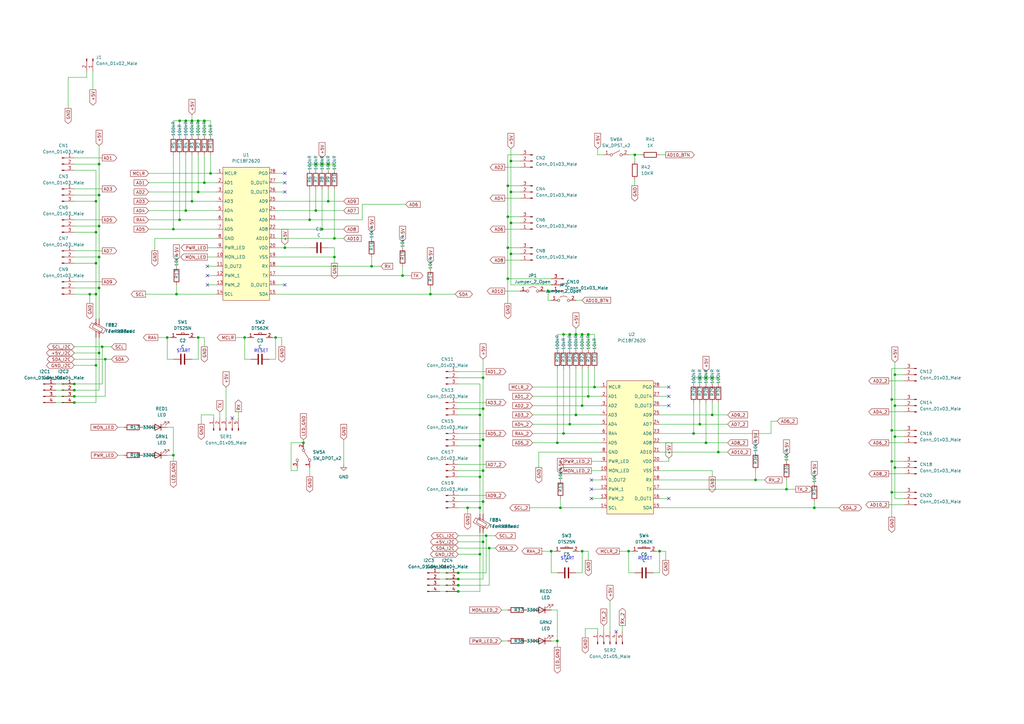
<source format=kicad_sch>
(kicad_sch (version 20230121) (generator eeschema)
  (paper "A3")
  (junction (at 187.96 242.57))
  (junction (at 43.18 147.32))
  (junction (at 30.48 157.48))
  (junction (at 137.16 105.41))
  (junction (at 40.64 118.11))
  (junction (at 127 90.17))
  (junction (at 39.37 95.25))
  (junction (at 86.36 71.12))
  (junction (at 100.33 138.43))
  (junction (at 198.12 222.25))
  (junction (at 208.28 101.6))
  (junction (at 270.51 226.06))
  (junction (at 209.55 104.14))
  (junction (at 71.12 93.98))
  (junction (at 30.48 160.02))
  (junction (at 196.85 182.88))
  (junction (at 367.03 191.77))
  (junction (at 124.46 181.61))
  (junction (at 76.2 86.36))
  (junction (at 196.85 208.28))
  (junction (at 71.12 186.69))
  (junction (at 39.37 149.86))
  (junction (at 236.22 170.18))
  (junction (at 83.82 49.53))
  (junction (at 40.64 67.31))
  (junction (at 187.96 240.03))
  (junction (at 289.56 181.61))
  (junction (at 367.03 153.67))
  (junction (at 40.64 144.78))
  (junction (at 41.91 142.24))
  (junction (at 209.55 91.44))
  (junction (at 231.14 137.16))
  (junction (at 78.74 49.53))
  (junction (at 208.28 88.9))
  (junction (at 367.03 179.07))
  (junction (at 198.12 180.34))
  (junction (at 238.76 137.16))
  (junction (at 228.6 262.89))
  (junction (at 113.03 138.43))
  (junction (at 224.79 119.38))
  (junction (at 292.1 170.18))
  (junction (at 365.76 176.53))
  (junction (at 129.54 86.36))
  (junction (at 198.12 205.74))
  (junction (at 228.6 181.61))
  (junction (at 196.85 195.58))
  (junction (at 365.76 189.23))
  (junction (at 40.64 92.71))
  (junction (at 292.1 154.94))
  (junction (at 309.88 196.85))
  (junction (at 229.87 208.28))
  (junction (at 137.16 97.79))
  (junction (at 134.62 67.31))
  (junction (at 39.37 120.65))
  (junction (at 208.28 114.3))
  (junction (at 129.54 67.31))
  (junction (at 226.06 226.06))
  (junction (at 289.56 154.94))
  (junction (at 68.58 138.43))
  (junction (at 176.53 120.65))
  (junction (at 198.12 167.64))
  (junction (at 81.28 78.74))
  (junction (at 365.76 201.93))
  (junction (at 196.85 227.33))
  (junction (at 233.68 137.16))
  (junction (at 76.2 49.53))
  (junction (at 116.84 101.6))
  (junction (at 187.96 234.95))
  (junction (at 287.02 154.94))
  (junction (at 241.3 137.16))
  (junction (at 39.37 107.95))
  (junction (at 209.55 78.74))
  (junction (at 196.85 170.18))
  (junction (at 73.66 49.53))
  (junction (at 40.64 105.41))
  (junction (at 83.82 74.93))
  (junction (at 39.37 82.55))
  (junction (at 198.12 154.94))
  (junction (at 191.77 208.28))
  (junction (at 132.08 93.98))
  (junction (at 243.84 158.75))
  (junction (at 208.28 76.2))
  (junction (at 238.76 166.37))
  (junction (at 287.02 173.99))
  (junction (at 241.3 162.56))
  (junction (at 132.08 67.31))
  (junction (at 30.48 162.56))
  (junction (at 231.14 177.8))
  (junction (at 165.1 113.03))
  (junction (at 72.39 120.65))
  (junction (at 284.48 177.8))
  (junction (at 260.35 63.5))
  (junction (at 294.64 185.42))
  (junction (at 30.48 165.1))
  (junction (at 209.55 66.04))
  (junction (at 238.76 226.06))
  (junction (at 365.76 163.83))
  (junction (at 257.81 226.06))
  (junction (at 81.28 138.43))
  (junction (at 236.22 137.16))
  (junction (at 200.66 224.79))
  (junction (at 198.12 193.04))
  (junction (at 78.74 82.55))
  (junction (at 81.28 49.53))
  (junction (at 134.62 82.55))
  (junction (at 322.58 200.66))
  (junction (at 367.03 166.37))
  (junction (at 40.64 80.01))
  (junction (at 233.68 173.99))
  (junction (at 334.01 208.28))
  (junction (at 187.96 237.49))
  (junction (at 73.66 90.17))
  (junction (at 152.4 109.22))
  (junction (at 36.83 120.65))
  (junction (at 199.39 219.71))
  (no_connect (at 116.84 71.12))
  (no_connect (at 116.84 74.93))
  (no_connect (at 116.84 78.74))
  (no_connect (at 252.73 259.08))
  (no_connect (at 95.25 171.45))
  (no_connect (at 242.57 204.47))
  (no_connect (at 242.57 196.85))
  (no_connect (at 274.32 158.75))
  (no_connect (at 85.09 116.84))
  (no_connect (at 85.09 113.03))
  (no_connect (at 85.09 109.22))
  (no_connect (at 274.32 204.47))
  (no_connect (at 274.32 162.56))
  (no_connect (at 242.57 200.66))
  (no_connect (at 116.84 116.84))
  (no_connect (at 274.32 166.37))
  (wire (pts (xy 137.16 77.47) (xy 137.16 97.79)))
  (wire (pts (xy 137.16 67.31) (xy 137.16 69.85)))
  (wire (pts (xy 237.49 226.06) (xy 238.76 226.06)))
  (wire (pts (xy 39.37 120.65) (xy 39.37 130.81)))
  (wire (pts (xy 242.57 200.66) (xy 246.38 200.66)))
  (wire (pts (xy 364.49 194.31) (xy 370.84 194.31)))
  (wire (pts (xy 30.48 120.65) (xy 36.83 120.65)))
  (wire (pts (xy 196.85 170.18) (xy 196.85 182.88)))
  (wire (pts (xy 365.76 163.83) (xy 370.84 163.83)))
  (wire (pts (xy 322.58 196.85) (xy 322.58 200.66)))
  (wire (pts (xy 367.03 204.47) (xy 370.84 204.47)))
  (wire (pts (xy 242.57 193.04) (xy 246.38 193.04)))
  (wire (pts (xy 209.55 66.04) (xy 209.55 78.74)))
  (wire (pts (xy 226.06 250.19) (xy 228.6 250.19)))
  (wire (pts (xy 68.58 186.69) (xy 71.12 186.69)))
  (wire (pts (xy 231.14 137.16) (xy 231.14 143.51)))
  (wire (pts (xy 226.06 226.06) (xy 227.33 226.06)))
  (wire (pts (xy 208.28 88.9) (xy 213.36 88.9)))
  (wire (pts (xy 208.28 63.5) (xy 208.28 76.2)))
  (wire (pts (xy 148.59 83.82) (xy 148.59 90.17)))
  (wire (pts (xy 22.86 157.48) (xy 30.48 157.48)))
  (wire (pts (xy 292.1 170.18) (xy 298.45 170.18)))
  (wire (pts (xy 76.2 49.53) (xy 76.2 55.88)))
  (wire (pts (xy 240.03 257.81) (xy 245.11 257.81)))
  (wire (pts (xy 270.51 204.47) (xy 274.32 204.47)))
  (wire (pts (xy 200.66 224.79) (xy 203.2 224.79)))
  (wire (pts (xy 30.48 95.25) (xy 39.37 95.25)))
  (wire (pts (xy 257.81 63.5) (xy 260.35 63.5)))
  (wire (pts (xy 110.49 147.32) (xy 113.03 147.32)))
  (wire (pts (xy 215.9 250.19) (xy 218.44 250.19)))
  (wire (pts (xy 236.22 134.62) (xy 236.22 137.16)))
  (wire (pts (xy 254 226.06) (xy 257.81 226.06)))
  (wire (pts (xy 113.03 93.98) (xy 132.08 93.98)))
  (wire (pts (xy 72.39 116.84) (xy 72.39 120.65)))
  (wire (pts (xy 81.28 138.43) (xy 83.82 138.43)))
  (wire (pts (xy 198.12 222.25) (xy 198.12 218.44)))
  (wire (pts (xy 284.48 154.94) (xy 287.02 154.94)))
  (wire (pts (xy 36.83 120.65) (xy 39.37 120.65)))
  (wire (pts (xy 134.62 82.55) (xy 140.97 82.55)))
  (wire (pts (xy 270.51 158.75) (xy 274.32 158.75)))
  (wire (pts (xy 238.76 226.06) (xy 241.3 226.06)))
  (wire (pts (xy 132.08 64.77) (xy 132.08 67.31)))
  (wire (pts (xy 334.01 208.28) (xy 344.17 208.28)))
  (wire (pts (xy 334.01 205.74) (xy 334.01 208.28)))
  (wire (pts (xy 22.86 165.1) (xy 30.48 165.1)))
  (wire (pts (xy 191.77 208.28) (xy 191.77 210.82)))
  (wire (pts (xy 100.33 147.32) (xy 102.87 147.32)))
  (wire (pts (xy 176.53 107.95) (xy 176.53 110.49)))
  (wire (pts (xy 365.76 151.13) (xy 370.84 151.13)))
  (wire (pts (xy 38.1 29.21) (xy 38.1 36.83)))
  (wire (pts (xy 208.28 114.3) (xy 226.06 114.3)))
  (wire (pts (xy 41.91 157.48) (xy 30.48 157.48)))
  (wire (pts (xy 71.12 63.5) (xy 71.12 93.98)))
  (wire (pts (xy 205.74 262.89) (xy 208.28 262.89)))
  (wire (pts (xy 187.96 193.04) (xy 198.12 193.04)))
  (wire (pts (xy 30.48 115.57) (xy 41.91 115.57)))
  (wire (pts (xy 39.37 95.25) (xy 39.37 107.95)))
  (wire (pts (xy 137.16 105.41) (xy 137.16 107.95)))
  (wire (pts (xy 119.38 181.61) (xy 124.46 181.61)))
  (wire (pts (xy 257.81 226.06) (xy 257.81 234.95)))
  (wire (pts (xy 222.25 226.06) (xy 226.06 226.06)))
  (wire (pts (xy 196.85 208.28) (xy 196.85 210.82)))
  (wire (pts (xy 270.51 170.18) (xy 292.1 170.18)))
  (wire (pts (xy 228.6 181.61) (xy 246.38 181.61)))
  (wire (pts (xy 30.48 160.02) (xy 40.64 160.02)))
  (wire (pts (xy 220.98 185.42) (xy 246.38 185.42)))
  (wire (pts (xy 270.51 234.95) (xy 270.51 226.06)))
  (wire (pts (xy 113.03 147.32) (xy 113.03 138.43)))
  (wire (pts (xy 208.28 114.3) (xy 208.28 124.46)))
  (wire (pts (xy 309.88 196.85) (xy 313.69 196.85)))
  (wire (pts (xy 40.64 160.02) (xy 40.64 144.78)))
  (wire (pts (xy 40.64 80.01) (xy 40.64 92.71)))
  (wire (pts (xy 187.96 180.34) (xy 198.12 180.34)))
  (wire (pts (xy 196.85 157.48) (xy 196.85 170.18)))
  (wire (pts (xy 367.03 179.07) (xy 367.03 191.77)))
  (wire (pts (xy 370.84 153.67) (xy 367.03 153.67)))
  (wire (pts (xy 270.51 226.06) (xy 273.05 226.06)))
  (wire (pts (xy 365.76 201.93) (xy 370.84 201.93)))
  (wire (pts (xy 270.51 162.56) (xy 274.32 162.56)))
  (wire (pts (xy 241.3 151.13) (xy 241.3 162.56)))
  (wire (pts (xy 187.96 152.4) (xy 199.39 152.4)))
  (wire (pts (xy 226.06 262.89) (xy 228.6 262.89)))
  (wire (pts (xy 40.64 105.41) (xy 40.64 92.71)))
  (wire (pts (xy 72.39 106.68) (xy 72.39 109.22)))
  (wire (pts (xy 294.64 185.42) (xy 298.45 185.42)))
  (wire (pts (xy 129.54 86.36) (xy 140.97 86.36)))
  (wire (pts (xy 284.48 154.94) (xy 284.48 157.48)))
  (wire (pts (xy 294.64 154.94) (xy 294.64 157.48)))
  (wire (pts (xy 78.74 46.99) (xy 78.74 49.53)))
  (wire (pts (xy 215.9 262.89) (xy 218.44 262.89)))
  (wire (pts (xy 198.12 210.82) (xy 198.12 205.74)))
  (wire (pts (xy 71.12 175.26) (xy 71.12 186.69)))
  (wire (pts (xy 85.09 105.41) (xy 88.9 105.41)))
  (wire (pts (xy 209.55 91.44) (xy 209.55 104.14)))
  (wire (pts (xy 113.03 138.43) (xy 115.57 138.43)))
  (wire (pts (xy 30.48 82.55) (xy 39.37 82.55)))
  (wire (pts (xy 35.56 31.75) (xy 27.94 31.75)))
  (wire (pts (xy 60.96 86.36) (xy 76.2 86.36)))
  (wire (pts (xy 273.05 226.06) (xy 273.05 229.87)))
  (wire (pts (xy 365.76 201.93) (xy 365.76 212.09)))
  (wire (pts (xy 241.3 226.06) (xy 241.3 229.87)))
  (wire (pts (xy 76.2 86.36) (xy 88.9 86.36)))
  (wire (pts (xy 260.35 63.5) (xy 260.35 66.04)))
  (wire (pts (xy 242.57 189.23) (xy 246.38 189.23)))
  (wire (pts (xy 229.87 204.47) (xy 229.87 208.28)))
  (wire (pts (xy 364.49 207.01) (xy 370.84 207.01)))
  (wire (pts (xy 97.79 168.91) (xy 97.79 171.45)))
  (wire (pts (xy 196.85 195.58) (xy 196.85 208.28)))
  (wire (pts (xy 243.84 137.16) (xy 243.84 143.51)))
  (wire (pts (xy 364.49 181.61) (xy 370.84 181.61)))
  (wire (pts (xy 191.77 208.28) (xy 196.85 208.28)))
  (wire (pts (xy 85.09 116.84) (xy 88.9 116.84)))
  (wire (pts (xy 127 77.47) (xy 127 90.17)))
  (wire (pts (xy 243.84 158.75) (xy 218.44 158.75)))
  (wire (pts (xy 35.56 29.21) (xy 35.56 31.75)))
  (wire (pts (xy 228.6 151.13) (xy 228.6 181.61)))
  (wire (pts (xy 270.51 166.37) (xy 274.32 166.37)))
  (wire (pts (xy 134.62 67.31) (xy 137.16 67.31)))
  (wire (pts (xy 68.58 138.43) (xy 69.85 138.43)))
  (wire (pts (xy 209.55 60.96) (xy 209.55 66.04)))
  (wire (pts (xy 367.03 153.67) (xy 367.03 166.37)))
  (wire (pts (xy 200.66 224.79) (xy 200.66 240.03)))
  (wire (pts (xy 198.12 205.74) (xy 198.12 193.04)))
  (wire (pts (xy 226.06 123.19) (xy 224.79 123.19)))
  (wire (pts (xy 284.48 177.8) (xy 316.23 177.8)))
  (wire (pts (xy 83.82 138.43) (xy 83.82 142.24)))
  (wire (pts (xy 367.03 191.77) (xy 370.84 191.77)))
  (wire (pts (xy 71.12 55.88) (xy 71.12 49.53)))
  (wire (pts (xy 134.62 77.47) (xy 134.62 82.55)))
  (wire (pts (xy 187.96 205.74) (xy 198.12 205.74)))
  (wire (pts (xy 187.96 167.64) (xy 198.12 167.64)))
  (wire (pts (xy 119.38 193.04) (xy 119.38 181.61)))
  (wire (pts (xy 113.03 113.03) (xy 165.1 113.03)))
  (wire (pts (xy 270.51 200.66) (xy 322.58 200.66)))
  (wire (pts (xy 83.82 49.53) (xy 86.36 49.53)))
  (wire (pts (xy 367.03 166.37) (xy 367.03 179.07)))
  (wire (pts (xy 180.34 234.95) (xy 187.96 234.95)))
  (wire (pts (xy 43.18 147.32) (xy 43.18 162.56)))
  (wire (pts (xy 30.48 118.11) (xy 40.64 118.11)))
  (wire (pts (xy 30.48 107.95) (xy 39.37 107.95)))
  (wire (pts (xy 241.3 162.56) (xy 246.38 162.56)))
  (wire (pts (xy 132.08 77.47) (xy 132.08 93.98)))
  (wire (pts (xy 187.96 157.48) (xy 196.85 157.48)))
  (wire (pts (xy 284.48 165.1) (xy 284.48 177.8)))
  (wire (pts (xy 30.48 142.24) (xy 41.91 142.24)))
  (wire (pts (xy 68.58 138.43) (xy 68.58 147.32)))
  (wire (pts (xy 113.03 71.12) (xy 116.84 71.12)))
  (wire (pts (xy 198.12 237.49) (xy 198.12 222.25)))
  (wire (pts (xy 224.79 123.19) (xy 224.79 119.38)))
  (wire (pts (xy 78.74 49.53) (xy 78.74 55.88)))
  (wire (pts (xy 270.51 189.23) (xy 274.32 189.23)))
  (wire (pts (xy 30.48 69.85) (xy 39.37 69.85)))
  (wire (pts (xy 39.37 82.55) (xy 39.37 95.25)))
  (wire (pts (xy 134.62 67.31) (xy 134.62 69.85)))
  (wire (pts (xy 73.66 49.53) (xy 73.66 55.88)))
  (wire (pts (xy 60.96 82.55) (xy 78.74 82.55)))
  (wire (pts (xy 129.54 77.47) (xy 129.54 86.36)))
  (wire (pts (xy 243.84 151.13) (xy 243.84 158.75)))
  (wire (pts (xy 39.37 138.43) (xy 39.37 149.86)))
  (wire (pts (xy 76.2 63.5) (xy 76.2 86.36)))
  (wire (pts (xy 83.82 63.5) (xy 83.82 74.93)))
  (wire (pts (xy 137.16 97.79) (xy 140.97 97.79)))
  (wire (pts (xy 113.03 86.36) (xy 129.54 86.36)))
  (wire (pts (xy 27.94 31.75) (xy 27.94 44.45)))
  (wire (pts (xy 199.39 219.71) (xy 203.2 219.71)))
  (wire (pts (xy 229.87 208.28) (xy 246.38 208.28)))
  (wire (pts (xy 41.91 142.24) (xy 41.91 157.48)))
  (wire (pts (xy 82.55 170.18) (xy 87.63 170.18)))
  (wire (pts (xy 187.96 208.28) (xy 191.77 208.28)))
  (wire (pts (xy 187.96 219.71) (xy 199.39 219.71)))
  (wire (pts (xy 85.09 109.22) (xy 88.9 109.22)))
  (wire (pts (xy 63.5 97.79) (xy 63.5 102.87)))
  (wire (pts (xy 30.48 165.1) (xy 39.37 165.1)))
  (wire (pts (xy 240.03 257.81) (xy 240.03 261.62)))
  (wire (pts (xy 60.96 78.74) (xy 81.28 78.74)))
  (wire (pts (xy 270.51 193.04) (xy 292.1 193.04)))
  (wire (pts (xy 72.39 120.65) (xy 88.9 120.65)))
  (wire (pts (xy 238.76 234.95) (xy 238.76 226.06)))
  (wire (pts (xy 113.03 101.6) (xy 116.84 101.6)))
  (wire (pts (xy 364.49 156.21) (xy 370.84 156.21)))
  (wire (pts (xy 40.64 67.31) (xy 30.48 67.31)))
  (wire (pts (xy 127 67.31) (xy 127 69.85)))
  (wire (pts (xy 238.76 151.13) (xy 238.76 166.37)))
  (wire (pts (xy 39.37 107.95) (xy 39.37 120.65)))
  (wire (pts (xy 30.48 77.47) (xy 41.91 77.47)))
  (wire (pts (xy 269.24 226.06) (xy 270.51 226.06)))
  (wire (pts (xy 270.51 185.42) (xy 294.64 185.42)))
  (wire (pts (xy 73.66 49.53) (xy 76.2 49.53)))
  (wire (pts (xy 113.03 120.65) (xy 176.53 120.65)))
  (wire (pts (xy 30.48 105.41) (xy 40.64 105.41)))
  (wire (pts (xy 111.76 138.43) (xy 113.03 138.43)))
  (wire (pts (xy 236.22 170.18) (xy 246.38 170.18)))
  (wire (pts (xy 238.76 166.37) (xy 246.38 166.37)))
  (wire (pts (xy 246.38 158.75) (xy 243.84 158.75)))
  (wire (pts (xy 209.55 104.14) (xy 213.36 104.14)))
  (wire (pts (xy 40.64 80.01) (xy 40.64 67.31)))
  (wire (pts (xy 245.11 60.96) (xy 245.11 63.5)))
  (wire (pts (xy 137.16 101.6) (xy 137.16 105.41)))
  (wire (pts (xy 86.36 49.53) (xy 86.36 55.88)))
  (wire (pts (xy 238.76 137.16) (xy 241.3 137.16)))
  (wire (pts (xy 367.03 148.59) (xy 367.03 153.67)))
  (wire (pts (xy 113.03 82.55) (xy 134.62 82.55)))
  (wire (pts (xy 80.01 138.43) (xy 81.28 138.43)))
  (wire (pts (xy 96.52 138.43) (xy 100.33 138.43)))
  (wire (pts (xy 292.1 154.94) (xy 292.1 157.48)))
  (wire (pts (xy 208.28 76.2) (xy 213.36 76.2)))
  (wire (pts (xy 73.66 63.5) (xy 73.66 90.17)))
  (wire (pts (xy 213.36 66.04) (xy 209.55 66.04)))
  (wire (pts (xy 86.36 71.12) (xy 60.96 71.12)))
  (wire (pts (xy 30.48 64.77) (xy 41.91 64.77)))
  (wire (pts (xy 208.28 101.6) (xy 208.28 114.3)))
  (wire (pts (xy 100.33 138.43) (xy 100.33 147.32)))
  (wire (pts (xy 40.64 118.11) (xy 40.64 130.81)))
  (wire (pts (xy 71.12 93.98) (xy 88.9 93.98)))
  (wire (pts (xy 187.96 170.18) (xy 196.85 170.18)))
  (wire (pts (xy 198.12 154.94) (xy 187.96 154.94)))
  (wire (pts (xy 78.74 82.55) (xy 88.9 82.55)))
  (wire (pts (xy 218.44 177.8) (xy 231.14 177.8)))
  (wire (pts (xy 238.76 137.16) (xy 238.76 143.51)))
  (wire (pts (xy 187.96 237.49) (xy 198.12 237.49)))
  (wire (pts (xy 365.76 189.23) (xy 365.76 201.93)))
  (wire (pts (xy 233.68 137.16) (xy 233.68 143.51)))
  (wire (pts (xy 267.97 234.95) (xy 270.51 234.95)))
  (wire (pts (xy 367.03 179.07) (xy 370.84 179.07)))
  (wire (pts (xy 87.63 170.18) (xy 87.63 171.45)))
  (wire (pts (xy 39.37 69.85) (xy 39.37 82.55)))
  (wire (pts (xy 30.48 92.71) (xy 40.64 92.71)))
  (wire (pts (xy 226.06 234.95) (xy 228.6 234.95)))
  (wire (pts (xy 187.96 203.2) (xy 199.39 203.2)))
  (wire (pts (xy 116.84 100.33) (xy 116.84 101.6)))
  (wire (pts (xy 257.81 226.06) (xy 259.08 226.06)))
  (wire (pts (xy 86.36 63.5) (xy 86.36 71.12)))
  (wire (pts (xy 322.58 200.66) (xy 326.39 200.66)))
  (wire (pts (xy 90.17 168.91) (xy 90.17 171.45)))
  (wire (pts (xy 289.56 154.94) (xy 292.1 154.94)))
  (wire (pts (xy 231.14 151.13) (xy 231.14 177.8)))
  (wire (pts (xy 88.9 71.12) (xy 86.36 71.12)))
  (wire (pts (xy 140.97 180.34) (xy 140.97 190.5)))
  (wire (pts (xy 220.98 185.42) (xy 220.98 191.77)))
  (wire (pts (xy 218.44 162.56) (xy 241.3 162.56)))
  (wire (pts (xy 92.71 158.75) (xy 92.71 171.45)))
  (wire (pts (xy 127 90.17) (xy 148.59 90.17)))
  (wire (pts (xy 236.22 123.19) (xy 238.76 123.19)))
  (wire (pts (xy 365.76 176.53) (xy 365.76 189.23)))
  (wire (pts (xy 241.3 137.16) (xy 243.84 137.16)))
  (wire (pts (xy 71.12 186.69) (xy 71.12 189.23)))
  (wire (pts (xy 287.02 173.99) (xy 298.45 173.99)))
  (wire (pts (xy 289.56 154.94) (xy 289.56 157.48)))
  (wire (pts (xy 30.48 102.87) (xy 41.91 102.87)))
  (wire (pts (xy 287.02 154.94) (xy 289.56 154.94)))
  (wire (pts (xy 22.86 162.56) (xy 30.48 162.56)))
  (wire (pts (xy 367.03 191.77) (xy 367.03 204.47)))
  (wire (pts (xy 121.92 191.77) (xy 121.92 193.04)))
  (wire (pts (xy 228.6 250.19) (xy 228.6 262.89)))
  (wire (pts (xy 247.65 256.54) (xy 247.65 259.08)))
  (wire (pts (xy 250.19 246.38) (xy 250.19 259.08)))
  (wire (pts (xy 364.49 168.91) (xy 370.84 168.91)))
  (wire (pts (xy 270.51 196.85) (xy 309.88 196.85)))
  (wire (pts (xy 270.51 173.99) (xy 287.02 173.99)))
  (wire (pts (xy 176.53 120.65) (xy 186.69 120.65)))
  (wire (pts (xy 198.12 193.04) (xy 198.12 180.34)))
  (wire (pts (xy 127 67.31) (xy 129.54 67.31)))
  (wire (pts (xy 180.34 240.03) (xy 187.96 240.03)))
  (wire (pts (xy 187.96 177.8) (xy 199.39 177.8)))
  (wire (pts (xy 207.01 93.98) (xy 213.36 93.98)))
  (wire (pts (xy 196.85 182.88) (xy 196.85 195.58)))
  (wire (pts (xy 113.03 105.41) (xy 137.16 105.41)))
  (wire (pts (xy 78.74 49.53) (xy 81.28 49.53)))
  (wire (pts (xy 208.28 88.9) (xy 208.28 101.6)))
  (wire (pts (xy 165.1 109.22) (xy 165.1 113.03)))
  (wire (pts (xy 60.96 90.17) (xy 73.66 90.17)))
  (wire (pts (xy 176.53 118.11) (xy 176.53 120.65)))
  (wire (pts (xy 152.4 95.25) (xy 152.4 97.79)))
  (wire (pts (xy 207.01 106.68) (xy 213.36 106.68)))
  (wire (pts (xy 81.28 78.74) (xy 88.9 78.74)))
  (wire (pts (xy 294.64 165.1) (xy 294.64 185.42)))
  (wire (pts (xy 209.55 78.74) (xy 209.55 91.44)))
  (wire (pts (xy 196.85 218.44) (xy 196.85 227.33)))
  (wire (pts (xy 365.76 151.13) (xy 365.76 163.83)))
  (wire (pts (xy 365.76 163.83) (xy 365.76 176.53)))
  (wire (pts (xy 30.48 147.32) (xy 43.18 147.32)))
  (wire (pts (xy 82.55 170.18) (xy 82.55 173.99)))
  (wire (pts (xy 270.51 177.8) (xy 284.48 177.8)))
  (wire (pts (xy 81.28 49.53) (xy 81.28 55.88)))
  (wire (pts (xy 121.92 193.04) (xy 119.38 193.04)))
  (wire (pts (xy 207.01 81.28) (xy 213.36 81.28)))
  (wire (pts (xy 223.52 119.38) (xy 224.79 119.38)))
  (wire (pts (xy 292.1 154.94) (xy 294.64 154.94)))
  (wire (pts (xy 187.96 227.33) (xy 196.85 227.33)))
  (wire (pts (xy 209.55 91.44) (xy 213.36 91.44)))
  (wire (pts (xy 76.2 49.53) (xy 78.74 49.53)))
  (wire (pts (xy 132.08 67.31) (xy 134.62 67.31)))
  (wire (pts (xy 228.6 137.16) (xy 231.14 137.16)))
  (wire (pts (xy 152.4 109.22) (xy 156.21 109.22)))
  (wire (pts (xy 270.51 181.61) (xy 289.56 181.61)))
  (wire (pts (xy 129.54 67.31) (xy 132.08 67.31)))
  (wire (pts (xy 22.86 160.02) (xy 30.48 160.02)))
  (wire (pts (xy 245.11 257.81) (xy 245.11 259.08)))
  (wire (pts (xy 134.62 101.6) (xy 137.16 101.6)))
  (wire (pts (xy 40.64 118.11) (xy 40.64 105.41)))
  (wire (pts (xy 365.76 176.53) (xy 370.84 176.53)))
  (wire (pts (xy 231.14 177.8) (xy 246.38 177.8)))
  (wire (pts (xy 289.56 152.4) (xy 289.56 154.94)))
  (wire (pts (xy 236.22 234.95) (xy 238.76 234.95)))
  (wire (pts (xy 81.28 63.5) (xy 81.28 78.74)))
  (wire (pts (xy 209.55 78.74) (xy 213.36 78.74)))
  (wire (pts (xy 218.44 170.18) (xy 236.22 170.18)))
  (wire (pts (xy 73.66 90.17) (xy 88.9 90.17)))
  (wire (pts (xy 81.28 49.53) (xy 83.82 49.53)))
  (wire (pts (xy 113.03 116.84) (xy 116.84 116.84)))
  (wire (pts (xy 367.03 166.37) (xy 370.84 166.37)))
  (wire (pts (xy 39.37 149.86) (xy 39.37 165.1)))
  (wire (pts (xy 187.96 234.95) (xy 199.39 234.95)))
  (wire (pts (xy 83.82 55.88) (xy 83.82 49.53)))
  (wire (pts (xy 41.91 142.24) (xy 45.72 142.24)))
  (wire (pts (xy 187.96 222.25) (xy 198.12 222.25)))
  (wire (pts (xy 218.44 166.37) (xy 238.76 166.37)))
  (wire (pts (xy 48.26 175.26) (xy 50.8 175.26)))
  (wire (pts (xy 30.48 144.78) (xy 40.64 144.78)))
  (wire (pts (xy 30.48 149.86) (xy 39.37 149.86)))
  (wire (pts (xy 187.96 240.03) (xy 200.66 240.03)))
  (wire (pts (xy 218.44 181.61) (xy 228.6 181.61)))
  (wire (pts (xy 208.28 63.5) (xy 213.36 63.5)))
  (wire (pts (xy 187.96 165.1) (xy 199.39 165.1)))
  (wire (pts (xy 199.39 219.71) (xy 199.39 234.95)))
  (wire (pts (xy 274.32 187.96) (xy 274.32 189.23)))
  (wire (pts (xy 224.79 119.38) (xy 226.06 119.38)))
  (wire (pts (xy 289.56 165.1) (xy 289.56 181.61)))
  (wire (pts (xy 208.28 76.2) (xy 208.28 88.9)))
  (wire (pts (xy 60.96 93.98) (xy 71.12 93.98)))
  (wire (pts (xy 196.85 227.33) (xy 196.85 242.57)))
  (wire (pts (xy 207.01 119.38) (xy 213.36 119.38)))
  (wire (pts (xy 129.54 67.31) (xy 129.54 69.85)))
  (wire (pts (xy 60.96 74.93) (xy 83.82 74.93)))
  (wire (pts (xy 68.58 147.32) (xy 71.12 147.32)))
  (wire (pts (xy 233.68 137.16) (xy 236.22 137.16)))
  (wire (pts (xy 116.84 101.6) (xy 127 101.6)))
  (wire (pts (xy 113.03 90.17) (xy 127 90.17)))
  (wire (pts (xy 30.48 90.17) (xy 41.91 90.17)))
  (wire (pts (xy 260.35 63.5) (xy 262.89 63.5)))
  (wire (pts (xy 226.06 226.06) (xy 226.06 234.95)))
  (wire (pts (xy 236.22 137.16) (xy 236.22 143.51)))
  (wire (pts (xy 43.18 147.32) (xy 45.72 147.32)))
  (wire (pts (xy 228.6 143.51) (xy 228.6 137.16)))
  (wire (pts (xy 255.27 256.54) (xy 255.27 259.08)))
  (wire (pts (xy 187.96 224.79) (xy 200.66 224.79)))
  (wire (pts (xy 205.74 250.19) (xy 208.28 250.19)))
  (wire (pts (xy 152.4 105.41) (xy 152.4 109.22)))
  (wire (pts (xy 209.55 116.84) (xy 226.06 116.84)))
  (wire (pts (xy 270.51 63.5) (xy 273.05 63.5)))
  (wire (pts (xy 187.96 242.57) (xy 196.85 242.57)))
  (wire (pts (xy 309.88 182.88) (xy 309.88 185.42)))
  (wire (pts (xy 132.08 93.98) (xy 140.97 93.98)))
  (wire (pts (xy 63.5 97.79) (xy 88.9 97.79)))
  (wire (pts (xy 257.81 234.95) (xy 260.35 234.95)))
  (wire (pts (xy 242.57 196.85) (xy 246.38 196.85)))
  (wire (pts (xy 187.96 195.58) (xy 196.85 195.58)))
  (wire (pts (xy 365.76 189.23) (xy 370.84 189.23)))
  (wire (pts (xy 198.12 167.64) (xy 198.12 180.34)))
  (wire (pts (xy 209.55 104.14) (xy 209.55 116.84)))
  (wire (pts (xy 309.88 193.04) (xy 309.88 196.85)))
  (wire (pts (xy 115.57 138.43) (xy 115.57 142.24)))
  (wire (pts (xy 78.74 82.55) (xy 78.74 63.5)))
  (wire (pts (xy 322.58 186.69) (xy 322.58 189.23)))
  (wire (pts (xy 229.87 194.31) (xy 229.87 196.85)))
  (wire (pts (xy 40.64 138.43) (xy 40.64 144.78)))
  (wire (pts (xy 218.44 173.99) (xy 233.68 173.99)))
  (wire (pts (xy 113.03 78.74) (xy 116.84 78.74)))
  (wire (pts (xy 198.12 167.64) (xy 198.12 154.94)))
  (wire (pts (xy 71.12 49.53) (xy 73.66 49.53)))
  (wire (pts (xy 58.42 186.69) (xy 60.96 186.69)))
  (wire (pts (xy 228.6 262.89) (xy 228.6 265.43)))
  (wire (pts (xy 30.48 162.56) (xy 43.18 162.56)))
  (wire (pts (xy 30.48 80.01) (xy 40.64 80.01)))
  (wire (pts (xy 316.23 172.72) (xy 316.23 177.8)))
  (wire (pts (xy 36.83 120.65) (xy 36.83 124.46)))
  (wire (pts (xy 81.28 147.32) (xy 81.28 138.43)))
  (wire (pts (xy 233.68 151.13) (xy 233.68 173.99)))
  (wire (pts (xy 58.42 175.26) (xy 60.96 175.26)))
  (wire (pts (xy 207.01 68.58) (xy 213.36 68.58)))
  (wire (pts (xy 85.09 113.03) (xy 88.9 113.03)))
  (wire (pts (xy 78.74 147.32) (xy 81.28 147.32)))
  (wire (pts (xy 247.65 63.5) (xy 245.11 63.5)))
  (wire (pts (xy 83.82 74.93) (xy 88.9 74.93)))
  (wire (pts (xy 287.02 165.1) (xy 287.02 173.99)))
  (wire (pts (xy 85.09 101.6) (xy 88.9 101.6)))
  (wire (pts (xy 113.03 97.79) (xy 137.16 97.79)))
  (wire (pts (xy 64.77 138.43) (xy 68.58 138.43)))
  (wire (pts (xy 318.77 172.72) (xy 316.23 172.72)))
  (wire (pts (xy 292.1 165.1) (xy 292.1 170.18)))
  (wire (pts (xy 124.46 180.34) (xy 124.46 181.61)))
  (wire (pts (xy 334.01 195.58) (xy 334.01 198.12)))
  (wire (pts (xy 236.22 137.16) (xy 238.76 137.16)))
  (wire (pts (xy 127 191.77) (xy 127 195.58)))
  (wire (pts (xy 132.08 67.31) (xy 132.08 69.85)))
  (wire (pts (xy 187.96 182.88) (xy 196.85 182.88)))
  (wire (pts (xy 100.33 138.43) (xy 101.6 138.43)))
  (wire (pts (xy 166.37 83.82) (xy 148.59 83.82)))
  (wire (pts (xy 208.28 101.6) (xy 213.36 101.6)))
  (wire (pts (xy 198.12 147.32) (xy 198.12 154.94)))
  (wire (pts (xy 59.69 120.65) (xy 72.39 120.65)))
  (wire (pts (xy 180.34 242.57) (xy 187.96 242.57)))
  (wire (pts (xy 187.96 190.5) (xy 199.39 190.5)))
  (wire (pts (xy 231.14 137.16) (xy 233.68 137.16)))
  (wire (pts (xy 180.34 237.49) (xy 187.96 237.49)))
  (wire (pts (xy 292.1 193.04) (xy 292.1 195.58)))
  (wire (pts (xy 165.1 99.06) (xy 165.1 101.6)))
  (wire (pts (xy 217.17 208.28) (xy 229.87 208.28)))
  (wire (pts (xy 165.1 113.03) (xy 168.91 113.03)))
  (wire (pts (xy 241.3 143.51) (xy 241.3 137.16)))
  (wire (pts (xy 113.03 109.22) (xy 152.4 109.22)))
  (wire (pts (xy 236.22 170.18) (xy 236.22 151.13)))
  (wire (pts (xy 287.02 154.94) (xy 287.02 157.48)))
  (wire (pts (xy 68.58 175.26) (xy 71.12 175.26)))
  (wire (pts (xy 40.64 59.69) (xy 40.64 67.31)))
  (wire (pts (xy 233.68 173.99) (xy 246.38 173.99)))
  (wire (pts (xy 113.03 74.93) (xy 116.84 74.93)))
  (wire (pts (xy 289.56 181.61) (xy 298.45 181.61)))
  (wire (pts (xy 242.57 204.47) (xy 246.38 204.47)))
  (wire (pts (xy 48.26 186.69) (xy 50.8 186.69)))
  (wire (pts (xy 260.35 73.66) (xy 260.35 76.2)))
  (wire (pts (xy 270.51 208.28) (xy 334.01 208.28)))
  (text "START" (at 72.39 144.78 0) (effects (font (size 1.27 1.27)) (justify left bottom)))
  (text "RESET" (at 104.14 144.78 0) (effects (font (size 1.27 1.27)) (justify left bottom)))
  (text "RESET" (at 261.62 229.87 0) (effects (font (size 1.27 1.27)) (justify left bottom)))
  (text "START" (at 229.87 229.87 0) (effects (font (size 1.27 1.27)) (justify left bottom)))
  (global_label "RA4" (shape input) (at 60.96 90.17 180) (property "Intersheetrefs" "${INTERSHEET_REFS}" (effects hide)))
  (global_label "RA4_2" (shape input) (at 218.44 177.8 180) (property "Intersheetrefs" "${INTERSHEET_REFS}" (effects hide)))
  (global_label "+5V" (shape input) (at 165.1 99.06 90) (property "Intersheetrefs" "${INTERSHEET_REFS}" (effects hide)))
  (global_label "+5V_I2C" (shape bidirectional) (at 30.48 144.78 180) (property "Intersheetrefs" "${INTERSHEET_REFS}" (effects hide)))
  (global_label "MCLR" (shape output) (at 96.52 138.43 180) (property "Intersheetrefs" "${INTERSHEET_REFS}" (effects hide)))
  (global_label "MON_LED_2" (shape input) (at 205.74 250.19 180) (property "Intersheetrefs" "${INTERSHEET_REFS}" (effects hide)) (property "シート間のリファレンス" "${INTERSHEET_REFS}" (effects hide)))
  (global_label "AD10" (shape input) (at 140.97 97.79 0) (property "Intersheetrefs" "${INTERSHEET_REFS}" (effects hide)))
  (global_label "AD10_BTN" (shape input) (at 238.76 123.19 0) (property "Intersheetrefs" "${INTERSHEET_REFS}" (effects hide)))
  (global_label "GND" (shape output) (at 127 195.58 270) (property "Intersheetrefs" "${INTERSHEET_REFS}" (effects hide)) (property "シート間のリファレンス" "${INTERSHEET_REFS}" (effects hide)))
  (global_label "GND" (shape output) (at 115.57 142.24 270) (property "Intersheetrefs" "${INTERSHEET_REFS}" (effects hide)) (property "シート間のリファレンス" "${INTERSHEET_REFS}" (effects hide)))
  (global_label "GND" (shape output) (at 208.28 124.46 270) (property "Intersheetrefs" "${INTERSHEET_REFS}" (effects hide)) (property "シート間のリファレンス" "${INTERSHEET_REFS}" (effects hide)))
  (global_label "AD2_2" (shape output) (at 364.49 156.21 180) (property "Intersheetrefs" "${INTERSHEET_REFS}" (effects hide)))
  (global_label "AD8" (shape output) (at 207.01 106.68 180) (property "Intersheetrefs" "${INTERSHEET_REFS}" (effects hide)))
  (global_label "AD6" (shape output) (at 207.01 93.98 180) (property "Intersheetrefs" "${INTERSHEET_REFS}" (effects hide)))
  (global_label "SCL" (shape output) (at 59.69 120.65 180) (property "Intersheetrefs" "${INTERSHEET_REFS}" (effects hide)))
  (global_label "MCLR_2" (shape input) (at 218.44 158.75 180) (property "Intersheetrefs" "${INTERSHEET_REFS}" (effects hide)))
  (global_label "AD2_2" (shape input) (at 218.44 166.37 180) (property "Intersheetrefs" "${INTERSHEET_REFS}" (effects hide)))
  (global_label "AD4_2" (shape input) (at 218.44 173.99 180) (property "Intersheetrefs" "${INTERSHEET_REFS}" (effects hide)))
  (global_label "RA4" (shape output) (at 64.77 138.43 180) (property "Intersheetrefs" "${INTERSHEET_REFS}" (effects hide)))
  (global_label "GND" (shape output) (at 260.35 76.2 270) (property "Intersheetrefs" "${INTERSHEET_REFS}" (effects hide)) (property "シート間のリファレンス" "${INTERSHEET_REFS}" (effects hide)))
  (global_label "GND_I2C" (shape bidirectional) (at 30.48 149.86 180) (property "Intersheetrefs" "${INTERSHEET_REFS}" (effects hide)))
  (global_label "PWR_LED" (shape input) (at 48.26 186.69 180) (property "Intersheetrefs" "${INTERSHEET_REFS}" (effects hide)) (property "シート間のリファレンス" "${INTERSHEET_REFS}" (effects hide)))
  (global_label "AD10_BTN" (shape output) (at 273.05 63.5 0) (property "Intersheetrefs" "${INTERSHEET_REFS}" (effects hide)))
  (global_label "SCL_I2C" (shape bidirectional) (at 187.96 219.71 180) (property "Intersheetrefs" "${INTERSHEET_REFS}" (effects hide)))
  (global_label "+5V" (shape input) (at 152.4 95.25 90) (property "Intersheetrefs" "${INTERSHEET_REFS}" (effects hide)))
  (global_label "RX" (shape output) (at 97.79 168.91 90) (property "Intersheetrefs" "${INTERSHEET_REFS}" (effects hide)))
  (global_label "GND" (shape output) (at 292.1 195.58 270) (property "Intersheetrefs" "${INTERSHEET_REFS}" (effects hide)) (property "シート間のリファレンス" "${INTERSHEET_REFS}" (effects hide)))
  (global_label "SCL" (shape input) (at 45.72 142.24 0) (property "Intersheetrefs" "${INTERSHEET_REFS}" (effects hide)))
  (global_label "MON_LED_2" (shape output) (at 242.57 193.04 180) (property "Intersheetrefs" "${INTERSHEET_REFS}" (effects hide)) (property "シート間のリファレンス" "${INTERSHEET_REFS}" (effects hide)))
  (global_label "RX_2" (shape input) (at 313.69 196.85 0) (property "Intersheetrefs" "${INTERSHEET_REFS}" (effects hide)))
  (global_label "TX_2" (shape output) (at 326.39 200.66 0) (property "Intersheetrefs" "${INTERSHEET_REFS}" (effects hide)))
  (global_label "+5V" (shape input) (at 236.22 134.62 90) (property "Intersheetrefs" "${INTERSHEET_REFS}" (effects hide)))
  (global_label "GND" (shape output) (at 240.03 261.62 270) (property "Intersheetrefs" "${INTERSHEET_REFS}" (effects hide)) (property "シート間のリファレンス" "${INTERSHEET_REFS}" (effects hide)))
  (global_label "LED_GND" (shape input) (at 124.46 180.34 90) (property "Intersheetrefs" "${INTERSHEET_REFS}" (effects hide)) (property "シート間のリファレンス" "${INTERSHEET_REFS}" (effects hide)))
  (global_label "AD1_2" (shape input) (at 218.44 162.56 180) (property "Intersheetrefs" "${INTERSHEET_REFS}" (effects hide)))
  (global_label "+5V" (shape input) (at 209.55 60.96 90) (property "Intersheetrefs" "${INTERSHEET_REFS}" (effects hide)))
  (global_label "+5V" (shape input) (at 72.39 106.68 90) (property "Intersheetrefs" "${INTERSHEET_REFS}" (effects hide)))
  (global_label "AD3" (shape input) (at 60.96 82.55 180) (property "Intersheetrefs" "${INTERSHEET_REFS}" (effects hide)))
  (global_label "AD7_2" (shape output) (at 199.39 190.5 0) (property "Intersheetrefs" "${INTERSHEET_REFS}" (effects hide)))
  (global_label "+5V" (shape input) (at 367.03 148.59 90) (property "Intersheetrefs" "${INTERSHEET_REFS}" (effects hide)))
  (global_label "GND" (shape output) (at 83.82 142.24 270) (property "Intersheetrefs" "${INTERSHEET_REFS}" (effects hide)) (property "シート間のリファレンス" "${INTERSHEET_REFS}" (effects hide)))
  (global_label "AD9_2" (shape input) (at 298.45 170.18 0) (property "Intersheetrefs" "${INTERSHEET_REFS}" (effects hide)))
  (global_label "+5V" (shape input) (at 78.74 46.99 90) (property "Intersheetrefs" "${INTERSHEET_REFS}" (effects hide)))
  (global_label "TX" (shape output) (at 168.91 113.03 0) (property "Intersheetrefs" "${INTERSHEET_REFS}" (effects hide)))
  (global_label "+5V" (shape input) (at 309.88 182.88 90) (property "Intersheetrefs" "${INTERSHEET_REFS}" (effects hide)))
  (global_label "RX" (shape input) (at 156.21 109.22 0) (property "Intersheetrefs" "${INTERSHEET_REFS}" (effects hide)))
  (global_label "MCLR_2" (shape output) (at 254 226.06 180) (property "Intersheetrefs" "${INTERSHEET_REFS}" (effects hide)))
  (global_label "AD9" (shape input) (at 140.97 82.55 0) (property "Intersheetrefs" "${INTERSHEET_REFS}" (effects hide)))
  (global_label "GND" (shape output) (at 220.98 191.77 270) (property "Intersheetrefs" "${INTERSHEET_REFS}" (effects hide)) (property "シート間のリファレンス" "${INTERSHEET_REFS}" (effects hide)))
  (global_label "LED_GND" (shape output) (at 71.12 189.23 270) (property "Intersheetrefs" "${INTERSHEET_REFS}" (effects hide)) (property "シート間のリファレンス" "${INTERSHEET_REFS}" (effects hide)))
  (global_label "AD9" (shape output) (at 41.91 115.57 0) (property "Intersheetrefs" "${INTERSHEET_REFS}" (effects hide)))
  (global_label "AD5" (shape input) (at 60.96 93.98 180) (property "Intersheetrefs" "${INTERSHEET_REFS}" (effects hide)))
  (global_label "AD8_2" (shape input) (at 298.45 181.61 0) (property "Intersheetrefs" "${INTERSHEET_REFS}" (effects hide)))
  (global_label "SDA_2" (shape bidirectional) (at 344.17 208.28 0) (property "Intersheetrefs" "${INTERSHEET_REFS}" (effects hide)))
  (global_label "GND" (shape output) (at 63.5 102.87 270) (property "Intersheetrefs" "${INTERSHEET_REFS}" (effects hide)) (property "シート間のリファレンス" "${INTERSHEET_REFS}" (effects hide)))
  (global_label "GND" (shape output) (at 365.76 212.09 270) (property "Intersheetrefs" "${INTERSHEET_REFS}" (effects hide)) (property "シート間のリファレンス" "${INTERSHEET_REFS}" (effects hide)))
  (global_label "GND" (shape output) (at 36.83 124.46 270) (property "Intersheetrefs" "${INTERSHEET_REFS}" (effects hide)) (property "シート間のリファレンス" "${INTERSHEET_REFS}" (effects hide)))
  (global_label "AD3" (shape output) (at 41.91 77.47 0) (property "Intersheetrefs" "${INTERSHEET_REFS}" (effects hide)))
  (global_label "TX" (shape input) (at 90.17 168.91 90) (property "Intersheetrefs" "${INTERSHEET_REFS}" (effects hide)))
  (global_label "GND" (shape output) (at 137.16 107.95 270) (property "Intersheetrefs" "${INTERSHEET_REFS}" (effects hide)) (property "シート間のリファレンス" "${INTERSHEET_REFS}" (effects hide)))
  (global_label "SDA_2" (shape bidirectional) (at 203.2 224.79 0) (property "Intersheetrefs" "${INTERSHEET_REFS}" (effects hide)))
  (global_label "AD8_2" (shape output) (at 364.49 194.31 180) (property "Intersheetrefs" "${INTERSHEET_REFS}" (effects hide)))
  (global_label "AD7_2" (shape input) (at 298.45 173.99 0) (property "Intersheetrefs" "${INTERSHEET_REFS}" (effects hide)))
  (global_label "AD4" (shape output) (at 207.01 81.28 180) (property "Intersheetrefs" "${INTERSHEET_REFS}" (effects hide)))
  (global_label "+5V" (shape input) (at 176.53 107.95 90) (property "Intersheetrefs" "${INTERSHEET_REFS}" (effects hide)))
  (global_label "AD1_2" (shape output) (at 199.39 152.4 0) (property "Intersheetrefs" "${INTERSHEET_REFS}" (effects hide)))
  (global_label "GND" (shape output) (at 27.94 44.45 270) (property "Intersheetrefs" "${INTERSHEET_REFS}" (effects hide)) (property "シート間のリファレンス" "${INTERSHEET_REFS}" (effects hide)))
  (global_label "+5V" (shape input) (at 250.19 246.38 90) (property "Intersheetrefs" "${INTERSHEET_REFS}" (effects hide)))
  (global_label "MON_LED" (shape output) (at 85.09 105.41 180) (property "Intersheetrefs" "${INTERSHEET_REFS}" (effects hide)) (property "シート間のリファレンス" "${INTERSHEET_REFS}" (effects hide)))
  (global_label "MCLR" (shape input) (at 60.96 71.12 180) (property "Intersheetrefs" "${INTERSHEET_REFS}" (effects hide)))
  (global_label "TX_2" (shape input) (at 247.65 256.54 90) (property "Intersheetrefs" "${INTERSHEET_REFS}" (effects hide)))
  (global_label "AD6_2" (shape output) (at 364.49 181.61 180) (property "Intersheetrefs" "${INTERSHEET_REFS}" (effects hide)))
  (global_label "AD1" (shape output) (at 41.91 64.77 0) (property "Intersheetrefs" "${INTERSHEET_REFS}" (effects hide)))
  (global_label "RA4_2" (shape output) (at 222.25 226.06 180) (property "Intersheetrefs" "${INTERSHEET_REFS}" (effects hide)))
  (global_label "+5V" (shape input) (at 116.84 100.33 90) (property "Intersheetrefs" "${INTERSHEET_REFS}" (effects hide)))
  (global_label "AD6_2" (shape input) (at 318.77 172.72 0) (property "Intersheetrefs" "${INTERSHEET_REFS}" (effects hide)))
  (global_label "+5V" (shape input) (at 322.58 186.69 90) (property "Intersheetrefs" "${INTERSHEET_REFS}" (effects hide)))
  (global_label "AD6" (shape input) (at 166.37 83.82 0) (property "Intersheetrefs" "${INTERSHEET_REFS}" (effects hide)))
  (global_label "+5V" (shape input) (at 198.12 147.32 90) (property "Intersheetrefs" "${INTERSHEET_REFS}" (effects hide)))
  (global_label "AD10_2" (shape output) (at 364.49 207.01 180) (property "Intersheetrefs" "${INTERSHEET_REFS}" (effects hide)))
  (global_label "SDA" (shape bidirectional) (at 186.69 120.65 0) (property "Intersheetrefs" "${INTERSHEET_REFS}" (effects hide)))
  (global_label "GND_I2C" (shape bidirectional) (at 187.96 227.33 180) (property "Intersheetrefs" "${INTERSHEET_REFS}" (effects hide)))
  (global_label "LED_GND" (shape output) (at 228.6 265.43 270) (property "Intersheetrefs" "${INTERSHEET_REFS}" (effects hide)) (property "シート間のリファレンス" "${INTERSHEET_REFS}" (effects hide)))
  (global_label "AD3_2" (shape input) (at 218.44 170.18 180) (property "Intersheetrefs" "${INTERSHEET_REFS}" (effects hide)))
  (global_label "AD10_2" (shape input) (at 298.45 185.42 0) (property "Intersheetrefs" "${INTERSHEET_REFS}" (effects hide)))
  (global_label "SDA_I2C" (shape bidirectional) (at 187.96 224.79 180) (property "Intersheetrefs" "${INTERSHEET_REFS}" (effects hide)))
  (global_label "SCL_I2C" (shape bidirectional) (at 30.48 142.24 180) (property "Intersheetrefs" "${INTERSHEET_REFS}" (effects hide)))
  (global_label "AD10" (shape output) (at 207.01 119.38 180) (property "Intersheetrefs" "${INTERSHEET_REFS}" (effects hide)))
  (global_label "AD2" (shape input) (at 60.96 78.74 180) (property "Intersheetrefs" "${INTERSHEET_REFS}" (effects hide)))
  (global_label "PWR_LED_2" (shape output) (at 242.57 189.23 180) (property "Intersheetrefs" "${INTERSHEET_REFS}" (effects hide)) (property "シート間のリファレンス" "${INTERSHEET_REFS}" (effects hide)))
  (global_label "AD4" (shape input) (at 60.96 86.36 180) (property "Intersheetrefs" "${INTERSHEET_REFS}" (effects hide)))
  (global_label "AD5" (shape output) (at 41.91 90.17 0) (property "Intersheetrefs" "${INTERSHEET_REFS}" (effects hide)))
  (global_label "+5V" (shape input) (at 132.08 64.77 90) (property "Intersheetrefs" "${INTERSHEET_REFS}" (effects hide)))
  (global_label "SCL_2" (shape output) (at 217.17 208.28 180) (property "Intersheetrefs" "${INTERSHEET_REFS}" (effects hide)))
  (global_label "AD5_2" (shape output) (at 199.39 177.8 0) (property "Intersheetrefs" "${INTERSHEET_REFS}" (effects hide)))
  (global_label "+5V" (shape input) (at 334.01 195.58 90) (property "Intersheetrefs" "${INTERSHEET_REFS}" (effects hide)))
  (global_label "+5V" (shape input) (at 274.32 187.96 90) (property "Intersheetrefs" "${INTERSHEET_REFS}" (effects hide)))
  (global_label "AD7" (shape output) (at 41.91 102.87 0) (property "Intersheetrefs" "${INTERSHEET_REFS}" (effects hide)))
  (global_label "AD1" (shape input) (at 60.96 74.93 180) (property "Intersheetrefs" "${INTERSHEET_REFS}" (effects hide)))
  (global_label "SDA_I2C" (shape bidirectional) (at 30.48 147.32 180) (property "Intersheetrefs" "${INTERSHEET_REFS}" (effects hide)))
  (global_label "RX_2" (shape output) (at 255.27 256.54 90) (property "Intersheetrefs" "${INTERSHEET_REFS}" (effects hide)))
  (global_label "AD3_2" (shape output) (at 199.39 165.1 0) (property "Intersheetrefs" "${INTERSHEET_REFS}" (effects hide)))
  (global_label "AD8" (shape input) (at 140.97 93.98 0) (property "Intersheetrefs" "${INTERSHEET_REFS}" (effects hide)))
  (global_label "SCL_2" (shape input) (at 203.2 219.71 0) (property "Intersheetrefs" "${INTERSHEET_REFS}" (effects hide)))
  (global_label "GND" (shape output) (at 241.3 229.87 270) (property "Intersheetrefs" "${INTERSHEET_REFS}" (effects hide)) (property "シート間のリファレンス" "${INTERSHEET_REFS}" (effects hide)))
  (global_label "GND" (shape output) (at 191.77 210.82 270) (property "Intersheetrefs" "${INTERSHEET_REFS}" (effects hide)) (property "シート間のリファレンス" "${INTERSHEET_REFS}" (effects hide)))
  (global_label "+5V" (shape input) (at 245.11 60.96 90) (property "Intersheetrefs" "${INTERSHEET_REFS}" (effects hide)))
  (global_label "+5V" (shape output) (at 38.1 36.83 270) (property "Intersheetrefs" "${INTERSHEET_REFS}" (effects hide)))
  (global_label "AD9_2" (shape output) (at 199.39 203.2 0) (property "Intersheetrefs" "${INTERSHEET_REFS}" (effects hide)))
  (global_label "PWR_LED_2" (shape input) (at 205.74 262.89 180) (property "Intersheetrefs" "${INTERSHEET_REFS}" (effects hide)) (property "シート間のリファレンス" "${INTERSHEET_REFS}" (effects hide)))
  (global_label "AD5_2" (shape input) (at 218.44 181.61 180) (property "Intersheetrefs" "${INTERSHEET_REFS}" (effects hide)))
  (global_label "+5V" (shape input) (at 92.71 158.75 90) (property "Intersheetrefs" "${INTERSHEET_REFS}" (effects hide)))
  (global_label "MON_LED" (shape input) (at 48.26 175.26 180) (property "Intersheetrefs" "${INTERSHEET_REFS}" (effects hide)) (property "シート間のリファレンス" "${INTERSHEET_REFS}" (effects hide)))
  (global_label "PWR_LED" (shape output) (at 85.09 101.6 180) (property "Intersheetrefs" "${INTERSHEET_REFS}" (effects hide)) (property "シート間のリファレンス" "${INTERSHEET_REFS}" (effects hide)))
  (global_label "AD7" (shape input) (at 140.97 86.36 0) (property "Intersheetrefs" "${INTERSHEET_REFS}" (effects hide)))
  (global_label "+5V" (shape input) (at 289.56 152.4 90) (property "Intersheetrefs" "${INTERSHEET_REFS}" (effects hide)))
  (global_label "+5V_I2C" (shape bidirectional) (at 187.96 222.25 180) (property "Intersheetrefs" "${INTERSHEET_REFS}" (effects hide)))
  (global_label "SDA" (shape bidirectional) (at 45.72 147.32 0) (property "Intersheetrefs" "${INTERSHEET_REFS}" (effects hide)))
  (global_label "AD4_2" (shape output) (at 364.49 168.91 180) (property "Intersheetrefs" "${INTERSHEET_REFS}" (effects hide)))
  (global_label "GND" (shape input) (at 140.97 180.34 90) (property "Intersheetrefs" "${INTERSHEET_REFS}" (effects hide)) (property "シート間のリファレンス" "${INTERSHEET_REFS}" (effects hide)))
  (global_label "+5V" (shape input) (at 40.64 59.69 90) (property "Intersheetrefs" "${INTERSHEET_REFS}" (effects hide)))
  (global_label "AD2" (shape output) (at 207.01 68.58 180) (property "Intersheetrefs" "${INTERSHEET_REFS}" (effects hide)))
  (global_label "GND" (shape output) (at 82.55 173.99 270) (property "Intersheetrefs" "${INTERSHEET_REFS}" (effects hide)) (property "シート間のリファレンス" "${INTERSHEET_REFS}" (effects hide)))
  (global_label "+5V" (shape input) (at 229.87 194.31 90) (property "Intersheetrefs" "${INTERSHEET_REFS}" (effects hide)))
  (global_label "GND" (shape output) (at 273.05 229.87 270) (property "Intersheetrefs" "${INTERSHEET_REFS}" (effects hide)) (property "シート間のリファレンス" "${INTERSHEET_REFS}" (effects hide)))
  (symbol (lib_id "Device:R") (at 152.4 101.6 0) (unit 1)
    (property "Reference" "R16" (at 152.4 102.87 90) (effects (justify left)))
    (property "Value" "10kR" (at 152.4 97.79 90) (effects (justify left)))
    (property "Footprint" "Resistor_SMD:R_0805_2012Metric" (effects hide))
  )
  (symbol (lib_id "Device:R") (at 165.1 105.41 0) (unit 1)
    (property "Reference" "R15" (at 165.1 106.68 90) (effects (justify left)))
    (property "Value" "10kR" (at 165.1 101.6 90) (effects (justify left)))
    (property "Footprint" "Resistor_SMD:R_0805_2012Metric" (effects hide))
  )
  (symbol (lib_id "Connector:Conn_01x03_Male") (at 375.92 166.37 180) (unit 1)
    (property "Reference" "CN14" (at 377.19 165.1 0) (effects (justify right)))
    (property "Value" "Conn_01x03_Male" (at 377.19 167.64 0) (effects (justify right)))
    (property "Footprint" "Connector_JST:JST_XH_B3B-XH-A_1x03_P2.50mm_Vertical" (effects hide))
  )
  (symbol (lib_id "Connector:Conn_01x03_Male") (at 25.4 92.71 0) (unit 1)
    (property "Reference" "CN5" (at 26.035 85.09 0))
    (property "Value" "Conn_01x03_Male" (at 26.035 87.63 0))
    (property "Footprint" "Connector_JST:JST_XH_B3B-XH-A_1x03_P2.50mm_Vertical" (effects hide))
  )
  (symbol (lib_id "Connector:Conn_01x03_Male") (at 375.92 191.77 180) (unit 1)
    (property "Reference" "CN18" (at 377.19 190.5 0) (effects (justify right)))
    (property "Value" "Conn_01x03_Male" (at 377.19 193.04 0) (effects (justify right)))
    (property "Footprint" "Connector_JST:JST_XH_B3B-XH-A_1x03_P2.50mm_Vertical" (effects hide))
  )
  (symbol (lib_id "Switch:SW_DPDT_x2") (at 124.46 186.69 270) (unit 1)
    (property "Reference" "SW5" (at 128.27 185.42 90) (effects (justify left)))
    (property "Value" "SW_DPDT_x2" (at 128.27 187.96 90) (effects (justify left)))
    (property "Footprint" "@TOINIOT^2:SS12D01G4  スライドスイッチ" (effects hide))
  )
  (symbol (lib_id "Device:C") (at 232.41 234.95 90) (unit 1)
    (property "Reference" "C5" (at 232.41 227.33 90))
    (property "Value" "C" (at 232.41 229.87 90))
    (property "Footprint" "Capacitor_SMD:C_0805_2012Metric" (effects hide))
  )
  (symbol (lib_id "Connector:Conn_01x03_Male") (at 218.44 91.44 180) (unit 1)
    (property "Reference" "CN6" (at 219.71 90.17 0) (effects (justify right)))
    (property "Value" "Conn_01x03_Male" (at 219.71 92.71 0) (effects (justify right)))
    (property "Footprint" "Connector_JST:JST_XH_B3B-XH-A_1x03_P2.50mm_Vertical" (effects hide))
  )
  (symbol (lib_id "Device:R") (at 81.28 59.69 0) (unit 1)
    (property "Reference" "R2" (at 81.28 60.96 90) (effects (justify left)))
    (property "Value" "100kR" (at 81.28 55.88 90) (effects (justify left)))
    (property "Footprint" "Resistor_SMD:R_0805_2012Metric" (effects hide))
  )
  (symbol (lib_id "Device:R") (at 228.6 147.32 0) (unit 1)
    (property "Reference" "R25" (at 228.6 148.59 90) (effects (justify left)))
    (property "Value" "100kR" (at 228.6 143.51 90) (effects (justify left)))
    (property "Footprint" "Resistor_SMD:R_0805_2012Metric" (effects hide))
  )
  (symbol (lib_id "Connector:Conn_01x03_Male") (at 182.88 154.94 0) (unit 1)
    (property "Reference" "CN11" (at 183.515 147.32 0))
    (property "Value" "Conn_01x03_Male" (at 183.515 149.86 0))
    (property "Footprint" "Connector_JST:JST_XH_B3B-XH-A_1x03_P2.50mm_Vertical" (effects hide))
  )
  (symbol (lib_id "Device:R") (at 289.56 161.29 0) (unit 1)
    (property "Reference" "R28" (at 289.56 162.56 90) (effects (justify left)))
    (property "Value" "100kR" (at 289.56 157.48 90) (effects (justify left)))
    (property "Footprint" "Resistor_SMD:R_0805_2012Metric" (effects hide))
  )
  (symbol (lib_id "Device:R") (at 83.82 59.69 0) (unit 1)
    (property "Reference" "R1" (at 83.82 60.96 90) (effects (justify left)))
    (property "Value" "100kR" (at 83.82 55.88 90) (effects (justify left)))
    (property "Footprint" "Resistor_SMD:R_0805_2012Metric" (effects hide))
  )
  (symbol (lib_id "Device:FerriteBead") (at 196.85 214.63 0) (unit 1)
    (property "Reference" "FB3" (at 200.66 213.3092 0) (effects (justify left)))
    (property "Value" "FerriteBead" (at 200.66 215.8492 0) (effects (justify left)))
    (property "Footprint" "Inductor_SMD:L_0603_1608Metric_Pad1.05x0.95mm_HandSolder" (effects hide))
  )
  (symbol (lib_id "@TOINIOT^2:DTS62K") (at 106.68 134.62 0) (unit 1)
    (property "Reference" "SW2" (at 106.68 132.08 0))
    (property "Value" "DTS62K" (at 106.68 134.62 0))
    (property "Footprint" "@TOINIOT^2:TVBP06-B043C-B タクトスイッチ小" (effects hide))
  )
  (symbol (lib_id "Connector:Conn_01x03_Male") (at 25.4 118.11 0) (unit 1)
    (property "Reference" "CN9" (at 26.035 110.49 0))
    (property "Value" "Conn_01x03_Male" (at 26.035 113.03 0))
    (property "Footprint" "Connector_JST:JST_XH_B3B-XH-A_1x03_P2.50mm_Vertical" (effects hide))
  )
  (symbol (lib_id "Connector:Conn_01x03_Male") (at 25.4 80.01 0) (unit 1)
    (property "Reference" "CN3" (at 26.035 72.39 0))
    (property "Value" "Conn_01x03_Male" (at 26.035 74.93 0))
    (property "Footprint" "Connector_JST:JST_XH_B3B-XH-A_1x03_P2.50mm_Vertical" (effects hide))
  )
  (symbol (lib_id "@TOINIOT^2:DTS25N") (at 232.41 222.25 0) (unit 1)
    (property "Reference" "SW3" (at 232.41 219.71 0))
    (property "Value" "DTS25N" (at 232.41 222.25 0))
    (property "Footprint" "@TOINIOT^2:TVBP06-B043C-B タクトスイッチ小" (effects hide))
  )
  (symbol (lib_id "Device:R") (at 71.12 59.69 0) (unit 1)
    (property "Reference" "R5" (at 71.12 60.96 90) (effects (justify left)))
    (property "Value" "100kR" (at 71.12 55.88 90) (effects (justify left)))
    (property "Footprint" "Resistor_SMD:R_0805_2012Metric" (effects hide))
  )
  (symbol (lib_id "Device:R") (at 294.64 161.29 0) (unit 1)
    (property "Reference" "R30" (at 294.64 162.56 90) (effects (justify left)))
    (property "Value" "100kR" (at 294.64 157.48 90) (effects (justify left)))
    (property "Footprint" "Resistor_SMD:R_0805_2012Metric" (effects hide))
  )
  (symbol (lib_id "Connector:Conn_01x03_Male") (at 182.88 205.74 0) (unit 1)
    (property "Reference" "CN19" (at 183.515 198.12 0))
    (property "Value" "Conn_01x03_Male" (at 183.515 200.66 0))
    (property "Footprint" "Connector_JST:JST_XH_B3B-XH-A_1x03_P2.50mm_Vertical" (effects hide))
  )
  (symbol (lib_id "Connector:Conn_01x03_Male") (at 375.92 153.67 180) (unit 1)
    (property "Reference" "CN12" (at 377.19 152.4 0) (effects (justify right)))
    (property "Value" "Conn_01x03_Male" (at 377.19 154.94 0) (effects (justify right)))
    (property "Footprint" "Connector_JST:JST_XH_B3B-XH-A_1x03_P2.50mm_Vertical" (effects hide))
  )
  (symbol (lib_id "Device:R") (at 86.36 59.69 0) (unit 1)
    (property "Reference" "R11" (at 86.36 60.96 90) (effects (justify left)))
    (property "Value" "10kR" (at 86.36 55.88 90) (effects (justify left)))
    (property "Footprint" "Resistor_SMD:R_0805_2012Metric" (effects hide))
  )
  (symbol (lib_id "Connector:Conn_01x03_Male") (at 25.4 105.41 0) (unit 1)
    (property "Reference" "CN7" (at 26.035 97.79 0))
    (property "Value" "Conn_01x03_Male" (at 26.035 100.33 0))
    (property "Footprint" "Connector_JST:JST_XH_B3B-XH-A_1x03_P2.50mm_Vertical" (effects hide))
  )
  (symbol (lib_id "Device:R") (at 322.58 193.04 0) (unit 1)
    (property "Reference" "R35" (at 322.58 194.31 90) (effects (justify left)))
    (property "Value" "10kR" (at 322.58 189.23 90) (effects (justify left)))
    (property "Footprint" "Resistor_SMD:R_0805_2012Metric" (effects hide))
  )
  (symbol (lib_id "Device:R") (at 260.35 69.85 180) (unit 1)
    (property "Reference" "R42" (at 262.89 68.58 0) (effects (justify right)))
    (property "Value" "10KR" (at 262.89 71.12 0) (effects (justify right)))
    (property "Footprint" "Resistor_SMD:R_0805_2012Metric" (effects hide))
  )
  (symbol (lib_id "Device:R") (at 241.3 147.32 0) (unit 1)
    (property "Reference" "R21" (at 241.3 148.59 90) (effects (justify left)))
    (property "Value" "100kR" (at 241.3 143.51 90) (effects (justify left)))
    (property "Footprint" "Resistor_SMD:R_0805_2012Metric" (effects hide))
  )
  (symbol (lib_id "Device:R") (at 292.1 161.29 0) (unit 1)
    (property "Reference" "R29" (at 292.1 162.56 90) (effects (justify left)))
    (property "Value" "100kR" (at 292.1 157.48 90) (effects (justify left)))
    (property "Footprint" "Resistor_SMD:R_0805_2012Metric" (effects hide))
  )
  (symbol (lib_id "Connector:Conn_01x03_Male") (at 375.92 179.07 180) (unit 1)
    (property "Reference" "CN16" (at 377.19 177.8 0) (effects (justify right)))
    (property "Value" "Conn_01x03_Male" (at 377.19 180.34 0) (effects (justify right)))
    (property "Footprint" "Connector_JST:JST_XH_B3B-XH-A_1x03_P2.50mm_Vertical" (effects hide))
  )
  (symbol (lib_id "Device:R") (at 176.53 114.3 0) (unit 1)
    (property "Reference" "R14" (at 176.53 115.57 90) (effects (justify left)))
    (property "Value" "10kR" (at 176.53 110.49 90) (effects (justify left)))
    (property "Footprint" "Resistor_SMD:R_0805_2012Metric" (effects hide))
  )
  (symbol (lib_id "Device:R") (at 266.7 63.5 90) (unit 1)
    (property "Reference" "R41" (at 266.7 57.15 90))
    (property "Value" "1K" (at 266.7 59.69 90))
    (property "Footprint" "Resistor_SMD:R_0805_2012Metric" (effects hide))
  )
  (symbol (lib_id "Device:LED") (at 222.25 262.89 180) (unit 1)
    (property "Reference" "GRN2" (at 223.8375 255.27 0))
    (property "Value" "LED" (at 223.8375 257.81 0))
    (property "Footprint" "LED_SMD:LED_0603_1608Metric" (effects hide))
  )
  (symbol (lib_id "power:GND") (at 140.97 190.5 0) (unit 1)
    (property "Reference" "#PWR0101" (effects hide))
    (property "Value" "GND" (at 140.97 195.58 0))
  )
  (symbol (lib_id "Connector:Conn_01x04_Male") (at 25.4 160.02 0) (unit 1)
    (property "Reference" "I2C2" (at 26.035 152.4 0))
    (property "Value" "Conn_01x04_Male" (at 26.035 154.94 0))
    (property "Footprint" "Connector_JST:JST_XH_B4B-XH-A_1x04_P2.50mm_Vertical" (effects hide))
  )
  (symbol (lib_id "@TOINIOT^2:DTS62K") (at 264.16 222.25 0) (unit 1)
    (property "Reference" "SW4" (at 264.16 219.71 0))
    (property "Value" "DTS62K" (at 264.16 222.25 0))
    (property "Footprint" "@TOINIOT^2:TVBP06-B043C-B タクトスイッチ小" (effects hide))
  )
  (symbol (lib_id "Connector:Conn_01x02_Male") (at 38.1 24.13 270) (unit 1)
    (property "Reference" "J1" (at 39.37 23.495 90) (effects (justify left)))
    (property "Value" "Conn_01x02_Male" (at 39.37 26.035 90) (effects (justify left)))
    (property "Footprint" "Connector_JST:JST_XH_B2B-XH-A_1x02_P2.50mm_Vertical" (effects hide))
  )
  (symbol (lib_id "Connector:Conn_01x03_Male") (at 182.88 180.34 0) (unit 1)
    (property "Reference" "CN15" (at 183.515 172.72 0))
    (property "Value" "Conn_01x03_Male" (at 183.515 175.26 0))
    (property "Footprint" "Connector_JST:JST_XH_B3B-XH-A_1x03_P2.50mm_Vertical" (effects hide))
  )
  (symbol (lib_id "Device:LED") (at 64.77 175.26 180) (unit 1)
    (property "Reference" "RED1" (at 66.3575 167.64 0))
    (property "Value" "LED" (at 66.3575 170.18 0))
    (property "Footprint" "LED_SMD:LED_0603_1608Metric" (effects hide))
  )
  (symbol (lib_id "Device:R") (at 73.66 59.69 0) (unit 1)
    (property "Reference" "R12" (at 73.66 60.96 90) (effects (justify left)))
    (property "Value" "10kR" (at 73.66 55.88 90) (effects (justify left)))
    (property "Footprint" "Resistor_SMD:R_0805_2012Metric" (effects hide))
  )
  (symbol (lib_id "Connector:Conn_01x03_Male") (at 25.4 67.31 0) (unit 1)
    (property "Reference" "CN1" (at 26.035 59.69 0))
    (property "Value" "Conn_01x03_Male" (at 26.035 62.23 0))
    (property "Footprint" "Connector_JST:JST_XH_B3B-XH-A_1x03_P2.50mm_Vertical" (effects hide))
  )
  (symbol (lib_id "Connector:Conn_01x03_Male") (at 218.44 66.04 180) (unit 1)
    (property "Reference" "CN2" (at 219.71 64.77 0) (effects (justify right)))
    (property "Value" "Conn_01x03_Male" (at 219.71 67.31 0) (effects (justify right)))
    (property "Footprint" "Connector_JST:JST_XH_B3B-XH-A_1x03_P2.50mm_Vertical" (effects hide))
  )
  (symbol (lib_id "Device:LED") (at 222.25 250.19 180) (unit 1)
    (property "Reference" "RED2" (at 223.8375 242.57 0))
    (property "Value" "LED" (at 223.8375 245.11 0))
    (property "Footprint" "LED_SMD:LED_0603_1608Metric" (effects hide))
  )
  (symbol (lib_id "Device:FerriteBead") (at 39.37 134.62 0) (unit 1)
    (property "Reference" "FB1" (at 43.18 133.2992 0) (effects (justify left)))
    (property "Value" "FerriteBead" (at 43.18 135.8392 0) (effects (justify left)))
    (property "Footprint" "Inductor_SMD:L_0603_1608Metric_Pad1.05x0.95mm_HandSolder" (effects hide))
  )
  (symbol (lib_id "Device:R") (at 287.02 161.29 0) (unit 1)
    (property "Reference" "R27" (at 287.02 162.56 90) (effects (justify left)))
    (property "Value" "100kR" (at 287.02 157.48 90) (effects (justify left)))
    (property "Footprint" "Resistor_SMD:R_0805_2012Metric" (effects hide))
  )
  (symbol (lib_id "Connector:Conn_01x04_Male") (at 17.78 160.02 0) (unit 1)
    (property "Reference" "I2C1" (at 18.415 152.4 0))
    (property "Value" "Conn_01x04_Male" (at 18.415 154.94 0))
    (property "Footprint" "Connector_JST:JST_XH_B4B-XH-A_1x04_P2.50mm_Vertical" (effects hide))
  )
  (symbol (lib_id "Device:FerriteBead") (at 198.12 214.63 0) (unit 1)
    (property "Reference" "FB4" (at 201.93 213.3092 0) (effects (justify left)))
    (property "Value" "FerriteBead" (at 201.93 215.8492 0) (effects (justify left)))
    (property "Footprint" "Inductor_SMD:L_0603_1608Metric_Pad1.05x0.95mm_HandSolder" (effects hide))
  )
  (symbol (lib_id "@TOINIOT^2:DTS25N") (at 74.93 134.62 0) (unit 1)
    (property "Reference" "SW1" (at 74.93 132.08 0))
    (property "Value" "DTS25N" (at 74.93 134.62 0))
    (property "Footprint" "@TOINIOT^2:TVBP06-B043C-B タクトスイッチ小" (effects hide))
  )
  (symbol (lib_id "Device:R") (at 334.01 201.93 0) (unit 1)
    (property "Reference" "R34" (at 334.01 203.2 90) (effects (justify left)))
    (property "Value" "10kR" (at 334.01 198.12 90) (effects (justify left)))
    (property "Footprint" "Resistor_SMD:R_0805_2012Metric" (effects hide))
  )
  (symbol (lib_id "Jumper:Jumper_2_Open") (at 218.44 119.38 0) (unit 1)
    (property "Reference" "JP1" (at 218.44 113.03 0))
    (property "Value" "Jumper_2_Open" (at 218.44 115.57 0))
    (property "Footprint" "Jumper:SolderJumper-2_P1.3mm_Open_Pad1.0x1.5mm" (effects hide))
  )
  (symbol (lib_id "Device:R") (at 137.16 73.66 0) (unit 1)
    (property "Reference" "R10" (at 137.16 74.93 90) (effects (justify left)))
    (property "Value" "100kR" (at 137.16 69.85 90) (effects (justify left)))
    (property "Footprint" "Resistor_SMD:R_0805_2012Metric" (effects hide))
  )
  (symbol (lib_id "@TOINIOT^2:PIC18F2620") (at 259.08 156.21 0) (unit 1)
    (property "Reference" "U2" (at 259.08 137.16 0))
    (property "Value" "PIC18F2620" (at 259.08 139.7 0))
    (property "Footprint" "Package_DIP:DIP-28_W7.62mm_Socket" (effects hide))
  )
  (symbol (lib_id "Device:R") (at 54.61 175.26 270) (unit 1)
    (property "Reference" "R17" (at 53.34 175.26 90) (effects (justify left)))
    (property "Value" "330Ω" (at 58.42 175.26 90) (effects (justify left)))
    (property "Footprint" "Resistor_SMD:R_0805_2012Metric" (effects hide))
  )
  (symbol (lib_id "Device:R") (at 233.68 147.32 0) (unit 1)
    (property "Reference" "R24" (at 233.68 148.59 90) (effects (justify left)))
    (property "Value" "100kR" (at 233.68 143.51 90) (effects (justify left)))
    (property "Footprint" "Resistor_SMD:R_0805_2012Metric" (effects hide))
  )
  (symbol (lib_id "Device:C") (at 264.16 234.95 90) (unit 1)
    (property "Reference" "C6" (at 264.16 227.33 90))
    (property "Value" "C" (at 264.16 229.87 90))
    (property "Footprint" "Capacitor_SMD:C_0805_2012Metric" (effects hide))
  )
  (symbol (lib_id "Connector:Conn_01x05_Male") (at 92.71 176.53 90) (unit 1)
    (property "Reference" "SER1" (at 92.71 179.07 90))
    (property "Value" "Conn_01x05_Male" (at 92.71 181.61 90))
    (property "Footprint" "Connector_JST:JST_XH_B5B-XH-A_1x05_P2.50mm_Vertical" (effects hide))
  )
  (symbol (lib_id "Connector:Conn_01x03_Male") (at 218.44 78.74 180) (unit 1)
    (property "Reference" "CN4" (at 219.71 77.47 0) (effects (justify right)))
    (property "Value" "Conn_01x03_Male" (at 219.71 80.01 0) (effects (justify right)))
    (property "Footprint" "Connector_JST:JST_XH_B3B-XH-A_1x03_P2.50mm_Vertical" (effects hide))
  )
  (symbol (lib_id "Device:C") (at 130.81 101.6 90) (unit 1)
    (property "Reference" "C1" (at 130.81 93.98 90))
    (property "Value" "C" (at 130.81 96.52 90))
    (property "Footprint" "Capacitor_THT:CP_Radial_D6.3mm_P2.50mm" (effects hide))
  )
  (symbol (lib_id "Device:R") (at 229.87 200.66 0) (unit 1)
    (property "Reference" "R33" (at 229.87 201.93 90) (effects (justify left)))
    (property "Value" "10kR" (at 229.87 196.85 90) (effects (justify left)))
    (property "Footprint" "Resistor_SMD:R_0805_2012Metric" (effects hide))
  )
  (symbol (lib_id "Device:R") (at 54.61 186.69 270) (unit 1)
    (property "Reference" "R18" (at 53.34 186.69 90) (effects (justify left)))
    (property "Value" "330Ω" (at 58.42 186.69 90) (effects (justify left)))
    (property "Footprint" "Resistor_SMD:R_0805_2012Metric" (effects hide))
  )
  (symbol (lib_id "Device:C") (at 74.93 147.32 90) (unit 1)
    (property "Reference" "C2" (at 74.93 139.7 90))
    (property "Value" "C" (at 74.93 142.24 90))
    (property "Footprint" "Capacitor_SMD:C_0805_2012Metric" (effects hide))
  )
  (symbol (lib_id "Connector:Conn_01x04_Male") (at 175.26 237.49 0) (unit 1)
    (property "Reference" "I2C3" (at 175.895 229.87 0))
    (property "Value" "Conn_01x04_Male" (at 175.895 232.41 0))
    (property "Footprint" "Connector_JST:JST_XH_B4B-XH-A_1x04_P2.50mm_Vertical" (effects hide))
  )
  (symbol (lib_id "Device:R") (at 243.84 147.32 0) (unit 1)
    (property "Reference" "R31" (at 243.84 148.59 90) (effects (justify left)))
    (property "Value" "10kR" (at 243.84 143.51 90) (effects (justify left)))
    (property "Footprint" "Resistor_SMD:R_0805_2012Metric" (effects hide))
  )
  (symbol (lib_id "Connector:Conn_01x03_Male") (at 218.44 104.14 180) (unit 1)
    (property "Reference" "CN8" (at 219.71 102.87 0) (effects (justify right)))
    (property "Value" "Conn_01x03_Male" (at 219.71 105.41 0) (effects (justify right)))
    (property "Footprint" "Connector_JST:JST_XH_B3B-XH-A_1x03_P2.50mm_Vertical" (effects hide))
  )
  (symbol (lib_id "Connector:Conn_01x04_Male") (at 182.88 237.49 0) (unit 1)
    (property "Reference" "I2C4" (at 183.515 229.87 0))
    (property "Value" "Conn_01x04_Male" (at 183.515 232.41 0))
    (property "Footprint" "Connector_JST:JST_XH_B4B-XH-A_1x04_P2.50mm_Vertical" (effects hide))
  )
  (symbol (lib_id "Device:R") (at 212.09 250.19 270) (unit 1)
    (property "Reference" "R37" (at 210.82 250.19 90) (effects (justify left)))
    (property "Value" "330Ω" (at 215.9 250.19 90) (effects (justify left)))
    (property "Footprint" "Resistor_SMD:R_0805_2012Metric" (effects hide))
  )
  (symbol (lib_id "@TOINIOT^2:PIC18F2620") (at 101.6 68.58 0) (unit 1)
    (property "Reference" "U1" (at 100.965 63.5 0))
    (property "Value" "PIC18F2620" (at 100.965 66.04 0))
    (property "Footprint" "Package_DIP:DIP-28_W7.62mm_Socket" (effects hide))
  )
  (symbol (lib_id "Device:R") (at 236.22 147.32 0) (unit 1)
    (property "Reference" "R23" (at 236.22 148.59 90) (effects (justify left)))
    (property "Value" "100kR" (at 236.22 143.51 90) (effects (justify left)))
    (property "Footprint" "Resistor_SMD:R_0805_2012Metric" (effects hide))
  )
  (symbol (lib_id "Device:LED") (at 64.77 186.69 180) (unit 1)
    (property "Reference" "GRN1" (at 66.3575 179.07 0))
    (property "Value" "LED" (at 66.3575 181.61 0))
    (property "Footprint" "LED_SMD:LED_0603_1608Metric" (effects hide))
  )
  (symbol (lib_id "Device:C") (at 106.68 147.32 90) (unit 1)
    (property "Reference" "C3" (at 106.68 139.7 90))
    (property "Value" "C" (at 106.68 142.24 90))
    (property "Footprint" "Capacitor_SMD:C_0805_2012Metric" (effects hide))
  )
  (symbol (lib_id "Connector:Conn_01x03_Male") (at 375.92 204.47 180) (unit 1)
    (property "Reference" "CN20" (at 377.19 203.2 0) (effects (justify right)))
    (property "Value" "Conn_01x03_Male" (at 377.19 205.74 0) (effects (justify right)))
    (property "Footprint" "Connector_JST:JST_XH_B3B-XH-A_1x03_P2.50mm_Vertical" (effects hide))
  )
  (symbol (lib_id "Device:R") (at 127 73.66 0) (unit 1)
    (property "Reference" "R6" (at 127 74.93 90) (effects (justify left)))
    (property "Value" "100kR" (at 127 69.85 90) (effects (justify left)))
    (property "Footprint" "Resistor_SMD:R_0805_2012Metric" (effects hide))
  )
  (symbol (lib_id "Device:R") (at 129.54 73.66 0) (unit 1)
    (property "Reference" "R7" (at 129.54 74.93 90) (effects (justify left)))
    (property "Value" "100kR" (at 129.54 69.85 90) (effects (justify left)))
    (property "Footprint" "Resistor_SMD:R_0805_2012Metric" (effects hide))
  )
  (symbol (lib_id "Device:R") (at 309.88 189.23 0) (unit 1)
    (property "Reference" "R36" (at 309.88 190.5 90) (effects (justify left)))
    (property "Value" "10kR" (at 309.88 185.42 90) (effects (justify left)))
    (property "Footprint" "Resistor_SMD:R_0805_2012Metric" (effects hide))
  )
  (symbol (lib_id "Connector:Conn_01x05_Male") (at 250.19 264.16 90) (unit 1)
    (property "Reference" "SER2" (at 250.19 266.7 90))
    (property "Value" "Conn_01x05_Male" (at 250.19 269.24 90))
    (property "Footprint" "Connector_JST:JST_XH_B5B-XH-A_1x05_P2.50mm_Vertical" (effects hide))
  )
  (symbol (lib_id "Device:R") (at 212.09 262.89 270) (unit 1)
    (property "Reference" "R38" (at 210.82 262.89 90) (effects (justify left)))
    (property "Value" "330Ω" (at 215.9 262.89 90) (effects (justify left)))
    (property "Footprint" "Resistor_SMD:R_0805_2012Metric" (effects hide))
  )
  (symbol (lib_id "Switch:SW_DPST_x2") (at 252.73 63.5 0) (unit 1)
    (property "Reference" "SW6" (at 252.73 57.15 0))
    (property "Value" "SW_DPST_x2" (at 252.73 59.69 0))
    (property "Footprint" "@TOINIOT^2:TVBP06-B043C-B タクトスイッチ小" (effects hide))
  )
  (symbol (lib_id "Connector:Conn_01x03_Male") (at 231.14 116.84 180) (unit 1)
    (property "Reference" "CN10" (at 232.41 115.57 0) (effects (justify right)))
    (property "Value" "Conn_01x03_Male" (at 232.41 118.11 0) (effects (justify right)))
    (property "Footprint" "Connector_JST:JST_XH_B3B-XH-A_1x03_P2.50mm_Vertical" (effects hide))
  )
  (symbol (lib_id "Connector:Conn_01x03_Male") (at 182.88 167.64 0) (unit 1)
    (property "Reference" "CN13" (at 183.515 160.02 0))
    (property "Value" "Conn_01x03_Male" (at 183.515 162.56 0))
    (property "Footprint" "Connector_JST:JST_XH_B3B-XH-A_1x03_P2.50mm_Vertical" (effects hide))
  )
  (symbol (lib_id "Device:R") (at 76.2 59.69 0) (unit 1)
    (property "Reference" "R4" (at 76.2 60.96 90) (effects (justify left)))
    (property "Value" "100kR" (at 76.2 55.88 90) (effects (justify left)))
    (property "Footprint" "Resistor_SMD:R_0805_2012Metric" (effects hide))
  )
  (symbol (lib_id "Device:R") (at 78.74 59.69 0) (unit 1)
    (property "Reference" "R3" (at 78.74 60.96 90) (effects (justify left)))
    (property "Value" "100kR" (at 78.74 55.88 90) (effects (justify left)))
    (property "Footprint" "Resistor_SMD:R_0805_2012Metric" (effects hide))
  )
  (symbol (lib_id "Device:R") (at 134.62 73.66 0) (unit 1)
    (property "Reference" "R9" (at 134.62 74.93 90) (effects (justify left)))
    (property "Value" "100kR" (at 134.62 69.85 90) (effects (justify left)))
    (property "Footprint" "Resistor_SMD:R_0805_2012Metric" (effects hide))
  )
  (symbol (lib_id "Device:R") (at 231.14 147.32 0) (unit 1)
    (property "Reference" "R32" (at 231.14 148.59 90) (effects (justify left)))
    (property "Value" "10kR" (at 231.14 143.51 90) (effects (justify left)))
    (property "Footprint" "Resistor_SMD:R_0805_2012Metric" (effects hide))
  )
  (symbol (lib_id "Device:R") (at 284.48 161.29 0) (unit 1)
    (property "Reference" "R26" (at 284.48 162.56 90) (effects (justify left)))
    (property "Value" "100kR" (at 284.48 157.48 90) (effects (justify left)))
    (property "Footprint" "Resistor_SMD:R_0805_2012Metric" (effects hide))
  )
  (symbol (lib_id "Device:R") (at 132.08 73.66 0) (unit 1)
    (property "Reference" "R8" (at 132.08 74.93 90) (effects (justify left)))
    (property "Value" "100kR" (at 132.08 69.85 90) (effects (justify left)))
    (property "Footprint" "Resistor_SMD:R_0805_2012Metric" (effects hide))
  )
  (symbol (lib_id "Connector:Conn_01x03_Male") (at 182.88 193.04 0) (unit 1)
    (property "Reference" "CN17" (at 183.515 185.42 0))
    (property "Value" "Conn_01x03_Male" (at 183.515 187.96 0))
    (property "Footprint" "Connector_JST:JST_XH_B3B-XH-A_1x03_P2.50mm_Vertical" (effects hide))
  )
  (symbol (lib_id "Device:R") (at 238.76 147.32 0) (unit 1)
    (property "Reference" "R22" (at 238.76 148.59 90) (effects (justify left)))
    (property "Value" "100kR" (at 238.76 143.51 90) (effects (justify left)))
    (property "Footprint" "Resistor_SMD:R_0805_2012Metric" (effects hide))
  )
  (symbol (lib_id "Device:FerriteBead") (at 40.64 134.62 0) (unit 1)
    (property "Reference" "FB2" (at 44.45 133.2992 0) (effects (justify left)))
    (property "Value" "FerriteBead" (at 44.45 135.8392 0) (effects (justify left)))
    (property "Footprint" "Inductor_SMD:L_0603_1608Metric_Pad1.05x0.95mm_HandSolder" (effects hide))
  )
  (symbol (lib_id "Device:R") (at 72.39 113.03 0) (unit 1)
    (property "Reference" "R13" (at 72.39 114.3 90) (effects (justify left)))
    (property "Value" "10kR" (at 72.39 109.22 90) (effects (justify left)))
    (property "Footprint" "Resistor_SMD:R_0805_2012Metric" (effects hide))
  )
  (symbol (lib_id "Jumper:Jumper_2_Open") (at 231.14 123.19 0) (unit 1)
    (property "Reference" "JP2" (at 231.14 116.84 0))
    (property "Value" "Jumper_2_Open" (at 231.14 119.38 0))
    (property "Footprint" "Jumper:SolderJumper-2_P1.3mm_Open_Pad1.0x1.5mm" (effects hide))
  )
)
</source>
